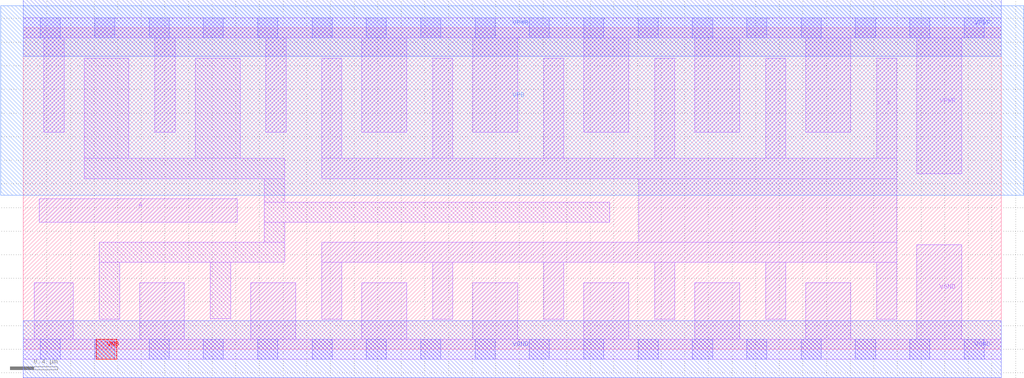
<source format=lef>
# Copyright 2020 The SkyWater PDK Authors
#
# Licensed under the Apache License, Version 2.0 (the "License");
# you may not use this file except in compliance with the License.
# You may obtain a copy of the License at
#
#     https://www.apache.org/licenses/LICENSE-2.0
#
# Unless required by applicable law or agreed to in writing, software
# distributed under the License is distributed on an "AS IS" BASIS,
# WITHOUT WARRANTIES OR CONDITIONS OF ANY KIND, either express or implied.
# See the License for the specific language governing permissions and
# limitations under the License.
#
# SPDX-License-Identifier: Apache-2.0

VERSION 5.7 ;
  NOWIREEXTENSIONATPIN ON ;
  DIVIDERCHAR "/" ;
  BUSBITCHARS "[]" ;
PROPERTYDEFINITIONS
  MACRO maskLayoutSubType STRING ;
  MACRO prCellType STRING ;
  MACRO originalViewName STRING ;
END PROPERTYDEFINITIONS
MACRO sky130_fd_sc_hdll__buf_12
  CLASS CORE ;
  FOREIGN sky130_fd_sc_hdll__buf_12 ;
  ORIGIN  0.000000  0.000000 ;
  SIZE  8.280000 BY  2.720000 ;
  SYMMETRY X Y R90 ;
  SITE unithd ;
  PIN A
    ANTENNAGATEAREA  1.110000 ;
    DIRECTION INPUT ;
    USE SIGNAL ;
    PORT
      LAYER li1 ;
        RECT 0.135000 1.075000 1.810000 1.275000 ;
    END
  END A
  PIN VGND
    ANTENNADIFFAREA  1.820000 ;
    DIRECTION INOUT ;
    USE SIGNAL ;
    PORT
      LAYER li1 ;
        RECT 0.000000 -0.085000 8.280000 0.085000 ;
        RECT 0.095000  0.085000 0.425000 0.565000 ;
        RECT 0.985000  0.085000 1.365000 0.565000 ;
        RECT 1.925000  0.085000 2.305000 0.565000 ;
        RECT 2.865000  0.085000 3.245000 0.565000 ;
        RECT 3.805000  0.085000 4.185000 0.565000 ;
        RECT 4.745000  0.085000 5.125000 0.565000 ;
        RECT 5.685000  0.085000 6.065000 0.565000 ;
        RECT 6.625000  0.085000 7.005000 0.565000 ;
        RECT 7.565000  0.085000 7.945000 0.885000 ;
      LAYER mcon ;
        RECT 0.145000 -0.085000 0.315000 0.085000 ;
        RECT 0.605000 -0.085000 0.775000 0.085000 ;
        RECT 1.065000 -0.085000 1.235000 0.085000 ;
        RECT 1.525000 -0.085000 1.695000 0.085000 ;
        RECT 1.985000 -0.085000 2.155000 0.085000 ;
        RECT 2.445000 -0.085000 2.615000 0.085000 ;
        RECT 2.905000 -0.085000 3.075000 0.085000 ;
        RECT 3.365000 -0.085000 3.535000 0.085000 ;
        RECT 3.825000 -0.085000 3.995000 0.085000 ;
        RECT 4.285000 -0.085000 4.455000 0.085000 ;
        RECT 4.745000 -0.085000 4.915000 0.085000 ;
        RECT 5.205000 -0.085000 5.375000 0.085000 ;
        RECT 5.665000 -0.085000 5.835000 0.085000 ;
        RECT 6.125000 -0.085000 6.295000 0.085000 ;
        RECT 6.585000 -0.085000 6.755000 0.085000 ;
        RECT 7.045000 -0.085000 7.215000 0.085000 ;
        RECT 7.505000 -0.085000 7.675000 0.085000 ;
        RECT 7.965000 -0.085000 8.135000 0.085000 ;
    END
    PORT
      LAYER met1 ;
        RECT 0.000000 -0.240000 8.280000 0.240000 ;
    END
  END VGND
  PIN VNB
    PORT
      LAYER pwell ;
        RECT 0.620000 -0.085000 0.790000 0.085000 ;
    END
  END VNB
  PIN VPB
    PORT
      LAYER nwell ;
        RECT -0.190000 1.305000 8.470000 2.910000 ;
    END
  END VPB
  PIN VPWR
    ANTENNADIFFAREA  2.610000 ;
    DIRECTION INOUT ;
    USE SIGNAL ;
    PORT
      LAYER li1 ;
        RECT 0.000000 2.635000 8.280000 2.805000 ;
        RECT 0.175000 1.835000 0.345000 2.635000 ;
        RECT 1.115000 1.835000 1.285000 2.635000 ;
        RECT 2.055000 1.835000 2.225000 2.635000 ;
        RECT 2.865000 1.835000 3.245000 2.635000 ;
        RECT 3.805000 1.835000 4.185000 2.635000 ;
        RECT 4.745000 1.835000 5.125000 2.635000 ;
        RECT 5.685000 1.835000 6.065000 2.635000 ;
        RECT 6.625000 1.835000 7.005000 2.635000 ;
        RECT 7.565000 1.485000 7.945000 2.635000 ;
      LAYER mcon ;
        RECT 0.145000 2.635000 0.315000 2.805000 ;
        RECT 0.605000 2.635000 0.775000 2.805000 ;
        RECT 1.065000 2.635000 1.235000 2.805000 ;
        RECT 1.525000 2.635000 1.695000 2.805000 ;
        RECT 1.985000 2.635000 2.155000 2.805000 ;
        RECT 2.445000 2.635000 2.615000 2.805000 ;
        RECT 2.905000 2.635000 3.075000 2.805000 ;
        RECT 3.365000 2.635000 3.535000 2.805000 ;
        RECT 3.825000 2.635000 3.995000 2.805000 ;
        RECT 4.285000 2.635000 4.455000 2.805000 ;
        RECT 4.745000 2.635000 4.915000 2.805000 ;
        RECT 5.205000 2.635000 5.375000 2.805000 ;
        RECT 5.665000 2.635000 5.835000 2.805000 ;
        RECT 6.125000 2.635000 6.295000 2.805000 ;
        RECT 6.585000 2.635000 6.755000 2.805000 ;
        RECT 7.045000 2.635000 7.215000 2.805000 ;
        RECT 7.505000 2.635000 7.675000 2.805000 ;
        RECT 7.965000 2.635000 8.135000 2.805000 ;
    END
    PORT
      LAYER met1 ;
        RECT 0.000000 2.480000 8.280000 2.960000 ;
    END
  END VPWR
  PIN X
    ANTENNADIFFAREA  3.020500 ;
    DIRECTION OUTPUT ;
    USE SIGNAL ;
    PORT
      LAYER li1 ;
        RECT 2.525000 0.255000 2.695000 0.735000 ;
        RECT 2.525000 0.735000 7.395000 0.905000 ;
        RECT 2.525000 1.445000 7.395000 1.615000 ;
        RECT 2.525000 1.615000 2.695000 2.465000 ;
        RECT 3.465000 0.255000 3.635000 0.735000 ;
        RECT 3.465000 1.615000 3.635000 2.465000 ;
        RECT 4.405000 0.255000 4.575000 0.735000 ;
        RECT 4.405000 1.615000 4.575000 2.465000 ;
        RECT 5.210000 0.905000 7.395000 1.445000 ;
        RECT 5.345000 0.255000 5.515000 0.735000 ;
        RECT 5.345000 1.615000 5.515000 2.465000 ;
        RECT 6.285000 0.255000 6.455000 0.735000 ;
        RECT 6.285000 1.615000 6.455000 2.465000 ;
        RECT 7.225000 0.255000 7.395000 0.735000 ;
        RECT 7.225000 1.615000 7.395000 2.465000 ;
    END
  END X
  OBS
    LAYER li1 ;
      RECT 0.515000 1.445000 2.215000 1.615000 ;
      RECT 0.515000 1.615000 0.895000 2.465000 ;
      RECT 0.645000 0.255000 0.815000 0.735000 ;
      RECT 0.645000 0.735000 2.215000 0.905000 ;
      RECT 1.455000 1.615000 1.835000 2.465000 ;
      RECT 1.585000 0.260000 1.755000 0.735000 ;
      RECT 2.040000 0.905000 2.215000 1.075000 ;
      RECT 2.040000 1.075000 4.965000 1.245000 ;
      RECT 2.040000 1.245000 2.215000 1.445000 ;
  END
  PROPERTY maskLayoutSubType "abstract" ;
  PROPERTY prCellType "standard" ;
  PROPERTY originalViewName "layout" ;
END sky130_fd_sc_hdll__buf_12
END LIBRARY

</source>
